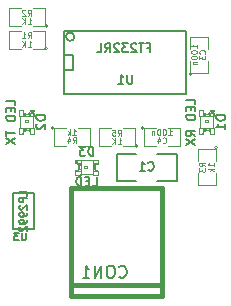
<source format=gbo>
G04 (created by PCBNEW (25-Oct-2014 BZR 4029)-stable) date 2015年05月14日 星期四 19时18分23秒*
%MOIN*%
G04 Gerber Fmt 3.4, Leading zero omitted, Abs format*
%FSLAX34Y34*%
G01*
G70*
G90*
G04 APERTURE LIST*
%ADD10C,0.00590551*%
%ADD11C,0.005*%
%ADD12C,0.015*%
%ADD13C,0.0039*%
%ADD14C,0.0026*%
%ADD15C,0.004*%
%ADD16C,0.002*%
%ADD17C,0.008*%
%ADD18C,0.0043*%
G04 APERTURE END LIST*
G54D10*
G54D11*
X46841Y-19650D02*
G75*
G03X46841Y-19650I-141J0D01*
G74*
G01*
X46500Y-20750D02*
X46800Y-20750D01*
X46800Y-20750D02*
X46800Y-20250D01*
X46800Y-20250D02*
X46500Y-20250D01*
X50550Y-19450D02*
X46500Y-19450D01*
X46500Y-21550D02*
X50550Y-21550D01*
X46500Y-21550D02*
X46500Y-19450D01*
X50550Y-21550D02*
X50550Y-19450D01*
G54D12*
X49766Y-27917D02*
X46734Y-27917D01*
X49766Y-28311D02*
X46734Y-28311D01*
X46734Y-28311D02*
X46734Y-24689D01*
X46734Y-24689D02*
X49766Y-24689D01*
X49766Y-24689D02*
X49766Y-28311D01*
G54D11*
X48250Y-24450D02*
X48250Y-23550D01*
X48250Y-23550D02*
X48900Y-23550D01*
X49600Y-24450D02*
X50250Y-24450D01*
X50250Y-24450D02*
X50250Y-23550D01*
X50250Y-23550D02*
X49600Y-23550D01*
X48900Y-24450D02*
X48250Y-24450D01*
G54D13*
X49150Y-22700D02*
G75*
G03X49150Y-22700I-50J0D01*
G74*
G01*
X49550Y-22700D02*
X49150Y-22700D01*
X49150Y-22700D02*
X49150Y-23300D01*
X49150Y-23300D02*
X49550Y-23300D01*
X49950Y-23300D02*
X50350Y-23300D01*
X50350Y-23300D02*
X50350Y-22700D01*
X50350Y-22700D02*
X49950Y-22700D01*
X50750Y-20900D02*
G75*
G03X50750Y-20900I-50J0D01*
G74*
G01*
X50700Y-20450D02*
X50700Y-20850D01*
X50700Y-20850D02*
X51300Y-20850D01*
X51300Y-20850D02*
X51300Y-20450D01*
X51300Y-20050D02*
X51300Y-19650D01*
X51300Y-19650D02*
X50700Y-19650D01*
X50700Y-19650D02*
X50700Y-20050D01*
X45950Y-20050D02*
G75*
G03X45950Y-20050I-50J0D01*
G74*
G01*
X45450Y-20050D02*
X45850Y-20050D01*
X45850Y-20050D02*
X45850Y-19450D01*
X45850Y-19450D02*
X45450Y-19450D01*
X45050Y-19450D02*
X44650Y-19450D01*
X44650Y-19450D02*
X44650Y-20050D01*
X44650Y-20050D02*
X45050Y-20050D01*
X45950Y-19300D02*
G75*
G03X45950Y-19300I-50J0D01*
G74*
G01*
X45450Y-19300D02*
X45850Y-19300D01*
X45850Y-19300D02*
X45850Y-18700D01*
X45850Y-18700D02*
X45450Y-18700D01*
X45050Y-18700D02*
X44650Y-18700D01*
X44650Y-18700D02*
X44650Y-19300D01*
X44650Y-19300D02*
X45050Y-19300D01*
X51600Y-23350D02*
G75*
G03X51600Y-23350I-50J0D01*
G74*
G01*
X51550Y-23800D02*
X51550Y-23400D01*
X51550Y-23400D02*
X50950Y-23400D01*
X50950Y-23400D02*
X50950Y-23800D01*
X50950Y-24200D02*
X50950Y-24600D01*
X50950Y-24600D02*
X51550Y-24600D01*
X51550Y-24600D02*
X51550Y-24200D01*
X46150Y-22700D02*
G75*
G03X46150Y-22700I-50J0D01*
G74*
G01*
X46550Y-22700D02*
X46150Y-22700D01*
X46150Y-22700D02*
X46150Y-23300D01*
X46150Y-23300D02*
X46550Y-23300D01*
X46950Y-23300D02*
X47350Y-23300D01*
X47350Y-23300D02*
X47350Y-22700D01*
X47350Y-22700D02*
X46950Y-22700D01*
X48950Y-23300D02*
G75*
G03X48950Y-23300I-50J0D01*
G74*
G01*
X48450Y-23300D02*
X48850Y-23300D01*
X48850Y-23300D02*
X48850Y-22700D01*
X48850Y-22700D02*
X48450Y-22700D01*
X48050Y-22700D02*
X47650Y-22700D01*
X47650Y-22700D02*
X47650Y-23300D01*
X47650Y-23300D02*
X48050Y-23300D01*
G54D14*
X51132Y-22304D02*
X51004Y-22304D01*
X51004Y-22304D02*
X51004Y-22107D01*
X51132Y-22107D02*
X51004Y-22107D01*
X51132Y-22304D02*
X51132Y-22107D01*
X51377Y-22304D02*
X51318Y-22304D01*
X51318Y-22304D02*
X51318Y-22205D01*
X51377Y-22205D02*
X51318Y-22205D01*
X51377Y-22304D02*
X51377Y-22205D01*
X51182Y-22304D02*
X51123Y-22304D01*
X51123Y-22304D02*
X51123Y-22205D01*
X51182Y-22205D02*
X51123Y-22205D01*
X51182Y-22304D02*
X51182Y-22205D01*
X51328Y-22304D02*
X51172Y-22304D01*
X51172Y-22304D02*
X51172Y-22235D01*
X51328Y-22235D02*
X51172Y-22235D01*
X51328Y-22304D02*
X51328Y-22235D01*
X51132Y-22893D02*
X51004Y-22893D01*
X51004Y-22893D02*
X51004Y-22696D01*
X51132Y-22696D02*
X51004Y-22696D01*
X51132Y-22893D02*
X51132Y-22696D01*
X51496Y-22893D02*
X51368Y-22893D01*
X51368Y-22893D02*
X51368Y-22696D01*
X51496Y-22696D02*
X51368Y-22696D01*
X51496Y-22893D02*
X51496Y-22696D01*
X51182Y-22795D02*
X51123Y-22795D01*
X51123Y-22795D02*
X51123Y-22696D01*
X51182Y-22696D02*
X51123Y-22696D01*
X51182Y-22795D02*
X51182Y-22696D01*
X51377Y-22795D02*
X51318Y-22795D01*
X51318Y-22795D02*
X51318Y-22696D01*
X51377Y-22696D02*
X51318Y-22696D01*
X51377Y-22795D02*
X51377Y-22696D01*
X51328Y-22765D02*
X51172Y-22765D01*
X51172Y-22765D02*
X51172Y-22696D01*
X51328Y-22696D02*
X51172Y-22696D01*
X51328Y-22765D02*
X51328Y-22696D01*
X51289Y-22500D02*
X51211Y-22500D01*
X51211Y-22500D02*
X51211Y-22422D01*
X51289Y-22422D02*
X51211Y-22422D01*
X51289Y-22500D02*
X51289Y-22422D01*
X51486Y-22304D02*
X51368Y-22304D01*
X51368Y-22304D02*
X51368Y-22186D01*
X51486Y-22186D02*
X51368Y-22186D01*
X51486Y-22304D02*
X51486Y-22186D01*
X51496Y-22136D02*
X51407Y-22136D01*
X51407Y-22136D02*
X51407Y-22107D01*
X51496Y-22107D02*
X51407Y-22107D01*
X51496Y-22136D02*
X51496Y-22107D01*
G54D15*
X51024Y-22294D02*
X51024Y-22706D01*
X51476Y-22696D02*
X51476Y-22136D01*
G54D16*
X51455Y-22166D02*
G75*
G03X51455Y-22166I-28J0D01*
G74*
G01*
G54D15*
X51387Y-22107D02*
G75*
G02X51113Y-22107I-137J0D01*
G74*
G01*
X51113Y-22893D02*
G75*
G02X51387Y-22893I137J0D01*
G74*
G01*
G54D14*
X45132Y-22304D02*
X45004Y-22304D01*
X45004Y-22304D02*
X45004Y-22107D01*
X45132Y-22107D02*
X45004Y-22107D01*
X45132Y-22304D02*
X45132Y-22107D01*
X45377Y-22304D02*
X45318Y-22304D01*
X45318Y-22304D02*
X45318Y-22205D01*
X45377Y-22205D02*
X45318Y-22205D01*
X45377Y-22304D02*
X45377Y-22205D01*
X45182Y-22304D02*
X45123Y-22304D01*
X45123Y-22304D02*
X45123Y-22205D01*
X45182Y-22205D02*
X45123Y-22205D01*
X45182Y-22304D02*
X45182Y-22205D01*
X45328Y-22304D02*
X45172Y-22304D01*
X45172Y-22304D02*
X45172Y-22235D01*
X45328Y-22235D02*
X45172Y-22235D01*
X45328Y-22304D02*
X45328Y-22235D01*
X45132Y-22893D02*
X45004Y-22893D01*
X45004Y-22893D02*
X45004Y-22696D01*
X45132Y-22696D02*
X45004Y-22696D01*
X45132Y-22893D02*
X45132Y-22696D01*
X45496Y-22893D02*
X45368Y-22893D01*
X45368Y-22893D02*
X45368Y-22696D01*
X45496Y-22696D02*
X45368Y-22696D01*
X45496Y-22893D02*
X45496Y-22696D01*
X45182Y-22795D02*
X45123Y-22795D01*
X45123Y-22795D02*
X45123Y-22696D01*
X45182Y-22696D02*
X45123Y-22696D01*
X45182Y-22795D02*
X45182Y-22696D01*
X45377Y-22795D02*
X45318Y-22795D01*
X45318Y-22795D02*
X45318Y-22696D01*
X45377Y-22696D02*
X45318Y-22696D01*
X45377Y-22795D02*
X45377Y-22696D01*
X45328Y-22765D02*
X45172Y-22765D01*
X45172Y-22765D02*
X45172Y-22696D01*
X45328Y-22696D02*
X45172Y-22696D01*
X45328Y-22765D02*
X45328Y-22696D01*
X45289Y-22500D02*
X45211Y-22500D01*
X45211Y-22500D02*
X45211Y-22422D01*
X45289Y-22422D02*
X45211Y-22422D01*
X45289Y-22500D02*
X45289Y-22422D01*
X45486Y-22304D02*
X45368Y-22304D01*
X45368Y-22304D02*
X45368Y-22186D01*
X45486Y-22186D02*
X45368Y-22186D01*
X45486Y-22304D02*
X45486Y-22186D01*
X45496Y-22136D02*
X45407Y-22136D01*
X45407Y-22136D02*
X45407Y-22107D01*
X45496Y-22107D02*
X45407Y-22107D01*
X45496Y-22136D02*
X45496Y-22107D01*
G54D15*
X45024Y-22294D02*
X45024Y-22706D01*
X45476Y-22696D02*
X45476Y-22136D01*
G54D16*
X45455Y-22166D02*
G75*
G03X45455Y-22166I-28J0D01*
G74*
G01*
G54D15*
X45387Y-22107D02*
G75*
G02X45113Y-22107I-137J0D01*
G74*
G01*
X45113Y-22893D02*
G75*
G02X45387Y-22893I137J0D01*
G74*
G01*
G54D14*
X47054Y-24118D02*
X47054Y-24246D01*
X47054Y-24246D02*
X46857Y-24246D01*
X46857Y-24118D02*
X46857Y-24246D01*
X47054Y-24118D02*
X46857Y-24118D01*
X47054Y-23873D02*
X47054Y-23932D01*
X47054Y-23932D02*
X46955Y-23932D01*
X46955Y-23873D02*
X46955Y-23932D01*
X47054Y-23873D02*
X46955Y-23873D01*
X47054Y-24068D02*
X47054Y-24127D01*
X47054Y-24127D02*
X46955Y-24127D01*
X46955Y-24068D02*
X46955Y-24127D01*
X47054Y-24068D02*
X46955Y-24068D01*
X47054Y-23922D02*
X47054Y-24078D01*
X47054Y-24078D02*
X46985Y-24078D01*
X46985Y-23922D02*
X46985Y-24078D01*
X47054Y-23922D02*
X46985Y-23922D01*
X47643Y-24118D02*
X47643Y-24246D01*
X47643Y-24246D02*
X47446Y-24246D01*
X47446Y-24118D02*
X47446Y-24246D01*
X47643Y-24118D02*
X47446Y-24118D01*
X47643Y-23754D02*
X47643Y-23882D01*
X47643Y-23882D02*
X47446Y-23882D01*
X47446Y-23754D02*
X47446Y-23882D01*
X47643Y-23754D02*
X47446Y-23754D01*
X47545Y-24068D02*
X47545Y-24127D01*
X47545Y-24127D02*
X47446Y-24127D01*
X47446Y-24068D02*
X47446Y-24127D01*
X47545Y-24068D02*
X47446Y-24068D01*
X47545Y-23873D02*
X47545Y-23932D01*
X47545Y-23932D02*
X47446Y-23932D01*
X47446Y-23873D02*
X47446Y-23932D01*
X47545Y-23873D02*
X47446Y-23873D01*
X47515Y-23922D02*
X47515Y-24078D01*
X47515Y-24078D02*
X47446Y-24078D01*
X47446Y-23922D02*
X47446Y-24078D01*
X47515Y-23922D02*
X47446Y-23922D01*
X47250Y-23961D02*
X47250Y-24039D01*
X47250Y-24039D02*
X47172Y-24039D01*
X47172Y-23961D02*
X47172Y-24039D01*
X47250Y-23961D02*
X47172Y-23961D01*
X47054Y-23764D02*
X47054Y-23882D01*
X47054Y-23882D02*
X46936Y-23882D01*
X46936Y-23764D02*
X46936Y-23882D01*
X47054Y-23764D02*
X46936Y-23764D01*
X46886Y-23754D02*
X46886Y-23843D01*
X46886Y-23843D02*
X46857Y-23843D01*
X46857Y-23754D02*
X46857Y-23843D01*
X46886Y-23754D02*
X46857Y-23754D01*
G54D15*
X47044Y-24226D02*
X47456Y-24226D01*
X47446Y-23774D02*
X46886Y-23774D01*
G54D16*
X46944Y-23823D02*
G75*
G03X46944Y-23823I-28J0D01*
G74*
G01*
G54D15*
X46857Y-23863D02*
G75*
G02X46857Y-24137I0J-137D01*
G74*
G01*
X47643Y-24137D02*
G75*
G02X47643Y-23863I0J137D01*
G74*
G01*
G54D11*
X44800Y-26075D02*
X45500Y-26075D01*
X45500Y-26075D02*
X45500Y-24875D01*
X45500Y-24875D02*
X44800Y-24875D01*
X44800Y-24875D02*
X44800Y-26075D01*
X48778Y-20921D02*
X48778Y-21164D01*
X48764Y-21192D01*
X48750Y-21207D01*
X48721Y-21221D01*
X48664Y-21221D01*
X48635Y-21207D01*
X48621Y-21192D01*
X48607Y-21164D01*
X48607Y-20921D01*
X48307Y-21221D02*
X48478Y-21221D01*
X48392Y-21221D02*
X48392Y-20921D01*
X48421Y-20964D01*
X48450Y-20992D01*
X48478Y-21007D01*
X49271Y-20014D02*
X49371Y-20014D01*
X49371Y-20171D02*
X49371Y-19871D01*
X49228Y-19871D01*
X49157Y-19871D02*
X48985Y-19871D01*
X49071Y-20171D02*
X49071Y-19871D01*
X48899Y-19900D02*
X48885Y-19885D01*
X48857Y-19871D01*
X48785Y-19871D01*
X48757Y-19885D01*
X48742Y-19900D01*
X48728Y-19928D01*
X48728Y-19957D01*
X48742Y-20000D01*
X48914Y-20171D01*
X48728Y-20171D01*
X48628Y-19871D02*
X48442Y-19871D01*
X48542Y-19985D01*
X48499Y-19985D01*
X48471Y-20000D01*
X48457Y-20014D01*
X48442Y-20042D01*
X48442Y-20114D01*
X48457Y-20142D01*
X48471Y-20157D01*
X48499Y-20171D01*
X48585Y-20171D01*
X48614Y-20157D01*
X48628Y-20142D01*
X48328Y-19900D02*
X48314Y-19885D01*
X48285Y-19871D01*
X48214Y-19871D01*
X48185Y-19885D01*
X48171Y-19900D01*
X48157Y-19928D01*
X48157Y-19957D01*
X48171Y-20000D01*
X48342Y-20171D01*
X48157Y-20171D01*
X47857Y-20171D02*
X47957Y-20028D01*
X48028Y-20171D02*
X48028Y-19871D01*
X47914Y-19871D01*
X47885Y-19885D01*
X47871Y-19900D01*
X47857Y-19928D01*
X47857Y-19971D01*
X47871Y-20000D01*
X47885Y-20014D01*
X47914Y-20028D01*
X48028Y-20028D01*
X47585Y-20171D02*
X47728Y-20171D01*
X47728Y-19871D01*
G54D17*
X48335Y-27648D02*
X48354Y-27667D01*
X48411Y-27686D01*
X48450Y-27686D01*
X48507Y-27667D01*
X48545Y-27629D01*
X48564Y-27591D01*
X48583Y-27515D01*
X48583Y-27458D01*
X48564Y-27382D01*
X48545Y-27344D01*
X48507Y-27305D01*
X48450Y-27286D01*
X48411Y-27286D01*
X48354Y-27305D01*
X48335Y-27325D01*
X48088Y-27286D02*
X48011Y-27286D01*
X47973Y-27305D01*
X47935Y-27344D01*
X47916Y-27420D01*
X47916Y-27553D01*
X47935Y-27629D01*
X47973Y-27667D01*
X48011Y-27686D01*
X48088Y-27686D01*
X48126Y-27667D01*
X48164Y-27629D01*
X48183Y-27553D01*
X48183Y-27420D01*
X48164Y-27344D01*
X48126Y-27305D01*
X48088Y-27286D01*
X47745Y-27686D02*
X47745Y-27286D01*
X47516Y-27686D01*
X47516Y-27286D01*
X47116Y-27686D02*
X47345Y-27686D01*
X47230Y-27686D02*
X47230Y-27286D01*
X47269Y-27344D01*
X47307Y-27382D01*
X47345Y-27401D01*
G54D11*
X49300Y-24092D02*
X49314Y-24107D01*
X49357Y-24121D01*
X49385Y-24121D01*
X49428Y-24107D01*
X49457Y-24078D01*
X49471Y-24050D01*
X49485Y-23992D01*
X49485Y-23950D01*
X49471Y-23892D01*
X49457Y-23864D01*
X49428Y-23835D01*
X49385Y-23821D01*
X49357Y-23821D01*
X49314Y-23835D01*
X49300Y-23850D01*
X49014Y-24121D02*
X49185Y-24121D01*
X49100Y-24121D02*
X49100Y-23821D01*
X49128Y-23864D01*
X49157Y-23892D01*
X49185Y-23907D01*
G54D18*
X49782Y-23185D02*
X49792Y-23195D01*
X49820Y-23204D01*
X49839Y-23204D01*
X49867Y-23195D01*
X49886Y-23176D01*
X49895Y-23157D01*
X49904Y-23120D01*
X49904Y-23092D01*
X49895Y-23054D01*
X49886Y-23035D01*
X49867Y-23017D01*
X49839Y-23007D01*
X49820Y-23007D01*
X49792Y-23017D01*
X49782Y-23026D01*
X49613Y-23073D02*
X49613Y-23204D01*
X49660Y-22998D02*
X49707Y-23139D01*
X49585Y-23139D01*
X49970Y-22929D02*
X50083Y-22929D01*
X50026Y-22929D02*
X50026Y-22732D01*
X50045Y-22760D01*
X50064Y-22779D01*
X50083Y-22789D01*
X49848Y-22732D02*
X49829Y-22732D01*
X49810Y-22742D01*
X49801Y-22751D01*
X49792Y-22770D01*
X49782Y-22807D01*
X49782Y-22854D01*
X49792Y-22892D01*
X49801Y-22910D01*
X49810Y-22920D01*
X49829Y-22929D01*
X49848Y-22929D01*
X49867Y-22920D01*
X49876Y-22910D01*
X49886Y-22892D01*
X49895Y-22854D01*
X49895Y-22807D01*
X49886Y-22770D01*
X49876Y-22751D01*
X49867Y-22742D01*
X49848Y-22732D01*
X49660Y-22732D02*
X49642Y-22732D01*
X49623Y-22742D01*
X49613Y-22751D01*
X49604Y-22770D01*
X49595Y-22807D01*
X49595Y-22854D01*
X49604Y-22892D01*
X49613Y-22910D01*
X49623Y-22920D01*
X49642Y-22929D01*
X49660Y-22929D01*
X49679Y-22920D01*
X49689Y-22910D01*
X49698Y-22892D01*
X49707Y-22854D01*
X49707Y-22807D01*
X49698Y-22770D01*
X49689Y-22751D01*
X49679Y-22742D01*
X49660Y-22732D01*
X49510Y-22798D02*
X49510Y-22929D01*
X49510Y-22817D02*
X49501Y-22807D01*
X49482Y-22798D01*
X49454Y-22798D01*
X49435Y-22807D01*
X49426Y-22826D01*
X49426Y-22929D01*
X51185Y-20217D02*
X51195Y-20207D01*
X51204Y-20179D01*
X51204Y-20160D01*
X51195Y-20132D01*
X51176Y-20113D01*
X51157Y-20104D01*
X51120Y-20095D01*
X51092Y-20095D01*
X51054Y-20104D01*
X51035Y-20113D01*
X51017Y-20132D01*
X51007Y-20160D01*
X51007Y-20179D01*
X51017Y-20207D01*
X51026Y-20217D01*
X51007Y-20282D02*
X51007Y-20404D01*
X51082Y-20339D01*
X51082Y-20367D01*
X51092Y-20386D01*
X51101Y-20395D01*
X51120Y-20404D01*
X51167Y-20404D01*
X51185Y-20395D01*
X51195Y-20386D01*
X51204Y-20367D01*
X51204Y-20310D01*
X51195Y-20292D01*
X51185Y-20282D01*
X50929Y-20029D02*
X50929Y-19916D01*
X50929Y-19973D02*
X50732Y-19973D01*
X50760Y-19954D01*
X50779Y-19935D01*
X50789Y-19916D01*
X50732Y-20151D02*
X50732Y-20170D01*
X50742Y-20189D01*
X50751Y-20198D01*
X50770Y-20207D01*
X50807Y-20217D01*
X50854Y-20217D01*
X50892Y-20207D01*
X50910Y-20198D01*
X50920Y-20189D01*
X50929Y-20170D01*
X50929Y-20151D01*
X50920Y-20132D01*
X50910Y-20123D01*
X50892Y-20113D01*
X50854Y-20104D01*
X50807Y-20104D01*
X50770Y-20113D01*
X50751Y-20123D01*
X50742Y-20132D01*
X50732Y-20151D01*
X50732Y-20339D02*
X50732Y-20357D01*
X50742Y-20376D01*
X50751Y-20386D01*
X50770Y-20395D01*
X50807Y-20404D01*
X50854Y-20404D01*
X50892Y-20395D01*
X50910Y-20386D01*
X50920Y-20376D01*
X50929Y-20357D01*
X50929Y-20339D01*
X50920Y-20320D01*
X50910Y-20310D01*
X50892Y-20301D01*
X50854Y-20292D01*
X50807Y-20292D01*
X50770Y-20301D01*
X50751Y-20310D01*
X50742Y-20320D01*
X50732Y-20339D01*
X50798Y-20489D02*
X50929Y-20489D01*
X50817Y-20489D02*
X50807Y-20498D01*
X50798Y-20517D01*
X50798Y-20545D01*
X50807Y-20564D01*
X50826Y-20573D01*
X50929Y-20573D01*
X45282Y-19704D02*
X45348Y-19610D01*
X45395Y-19704D02*
X45395Y-19507D01*
X45320Y-19507D01*
X45301Y-19517D01*
X45292Y-19526D01*
X45282Y-19545D01*
X45282Y-19573D01*
X45292Y-19592D01*
X45301Y-19601D01*
X45320Y-19610D01*
X45395Y-19610D01*
X45095Y-19704D02*
X45207Y-19704D01*
X45151Y-19704D02*
X45151Y-19507D01*
X45170Y-19535D01*
X45189Y-19554D01*
X45207Y-19564D01*
X45292Y-19979D02*
X45404Y-19979D01*
X45348Y-19979D02*
X45348Y-19782D01*
X45367Y-19810D01*
X45386Y-19829D01*
X45404Y-19839D01*
X45207Y-19979D02*
X45207Y-19782D01*
X45095Y-19979D02*
X45179Y-19867D01*
X45095Y-19782D02*
X45207Y-19895D01*
X45282Y-18954D02*
X45348Y-18860D01*
X45395Y-18954D02*
X45395Y-18757D01*
X45320Y-18757D01*
X45301Y-18767D01*
X45292Y-18776D01*
X45282Y-18795D01*
X45282Y-18823D01*
X45292Y-18842D01*
X45301Y-18851D01*
X45320Y-18860D01*
X45395Y-18860D01*
X45207Y-18776D02*
X45198Y-18767D01*
X45179Y-18757D01*
X45132Y-18757D01*
X45113Y-18767D01*
X45104Y-18776D01*
X45095Y-18795D01*
X45095Y-18814D01*
X45104Y-18842D01*
X45217Y-18954D01*
X45095Y-18954D01*
X45292Y-19229D02*
X45404Y-19229D01*
X45348Y-19229D02*
X45348Y-19032D01*
X45367Y-19060D01*
X45386Y-19079D01*
X45404Y-19089D01*
X45207Y-19229D02*
X45207Y-19032D01*
X45095Y-19229D02*
X45179Y-19117D01*
X45095Y-19032D02*
X45207Y-19145D01*
X51204Y-23967D02*
X51110Y-23901D01*
X51204Y-23854D02*
X51007Y-23854D01*
X51007Y-23929D01*
X51017Y-23948D01*
X51026Y-23957D01*
X51045Y-23967D01*
X51073Y-23967D01*
X51092Y-23957D01*
X51101Y-23948D01*
X51110Y-23929D01*
X51110Y-23854D01*
X51007Y-24032D02*
X51007Y-24154D01*
X51082Y-24089D01*
X51082Y-24117D01*
X51092Y-24136D01*
X51101Y-24145D01*
X51120Y-24154D01*
X51167Y-24154D01*
X51185Y-24145D01*
X51195Y-24136D01*
X51204Y-24117D01*
X51204Y-24060D01*
X51195Y-24042D01*
X51185Y-24032D01*
X51479Y-23976D02*
X51479Y-23863D01*
X51479Y-23920D02*
X51282Y-23920D01*
X51310Y-23901D01*
X51329Y-23882D01*
X51339Y-23863D01*
X51479Y-24060D02*
X51282Y-24060D01*
X51404Y-24079D02*
X51479Y-24136D01*
X51348Y-24136D02*
X51423Y-24060D01*
X46782Y-23204D02*
X46848Y-23110D01*
X46895Y-23204D02*
X46895Y-23007D01*
X46820Y-23007D01*
X46801Y-23017D01*
X46792Y-23026D01*
X46782Y-23045D01*
X46782Y-23073D01*
X46792Y-23092D01*
X46801Y-23101D01*
X46820Y-23110D01*
X46895Y-23110D01*
X46613Y-23073D02*
X46613Y-23204D01*
X46660Y-22998D02*
X46707Y-23139D01*
X46585Y-23139D01*
X46773Y-22929D02*
X46886Y-22929D01*
X46829Y-22929D02*
X46829Y-22732D01*
X46848Y-22760D01*
X46867Y-22779D01*
X46886Y-22789D01*
X46689Y-22929D02*
X46689Y-22732D01*
X46670Y-22854D02*
X46613Y-22929D01*
X46613Y-22798D02*
X46689Y-22873D01*
X48282Y-22954D02*
X48348Y-22860D01*
X48395Y-22954D02*
X48395Y-22757D01*
X48320Y-22757D01*
X48301Y-22767D01*
X48292Y-22776D01*
X48282Y-22795D01*
X48282Y-22823D01*
X48292Y-22842D01*
X48301Y-22851D01*
X48320Y-22860D01*
X48395Y-22860D01*
X48104Y-22757D02*
X48198Y-22757D01*
X48207Y-22851D01*
X48198Y-22842D01*
X48179Y-22832D01*
X48132Y-22832D01*
X48113Y-22842D01*
X48104Y-22851D01*
X48095Y-22870D01*
X48095Y-22917D01*
X48104Y-22935D01*
X48113Y-22945D01*
X48132Y-22954D01*
X48179Y-22954D01*
X48198Y-22945D01*
X48207Y-22935D01*
X48292Y-23229D02*
X48404Y-23229D01*
X48348Y-23229D02*
X48348Y-23032D01*
X48367Y-23060D01*
X48386Y-23079D01*
X48404Y-23089D01*
X48207Y-23229D02*
X48207Y-23032D01*
X48095Y-23229D02*
X48179Y-23117D01*
X48095Y-23032D02*
X48207Y-23145D01*
G54D11*
X51871Y-22278D02*
X51571Y-22278D01*
X51571Y-22350D01*
X51585Y-22392D01*
X51614Y-22421D01*
X51642Y-22435D01*
X51700Y-22450D01*
X51742Y-22450D01*
X51800Y-22435D01*
X51828Y-22421D01*
X51857Y-22392D01*
X51871Y-22350D01*
X51871Y-22278D01*
X51871Y-22735D02*
X51871Y-22564D01*
X51871Y-22650D02*
X51571Y-22650D01*
X51614Y-22621D01*
X51642Y-22592D01*
X51657Y-22564D01*
X50871Y-21900D02*
X50871Y-21757D01*
X50571Y-21757D01*
X50714Y-22000D02*
X50714Y-22100D01*
X50871Y-22142D02*
X50871Y-22000D01*
X50571Y-22000D01*
X50571Y-22142D01*
X50871Y-22271D02*
X50571Y-22271D01*
X50571Y-22342D01*
X50585Y-22385D01*
X50614Y-22414D01*
X50642Y-22428D01*
X50700Y-22442D01*
X50742Y-22442D01*
X50800Y-22428D01*
X50828Y-22414D01*
X50857Y-22385D01*
X50871Y-22342D01*
X50871Y-22271D01*
X50871Y-22971D02*
X50728Y-22871D01*
X50871Y-22800D02*
X50571Y-22800D01*
X50571Y-22914D01*
X50585Y-22942D01*
X50600Y-22957D01*
X50628Y-22971D01*
X50671Y-22971D01*
X50700Y-22957D01*
X50714Y-22942D01*
X50728Y-22914D01*
X50728Y-22800D01*
X50571Y-23071D02*
X50871Y-23271D01*
X50571Y-23271D02*
X50871Y-23071D01*
X45871Y-22278D02*
X45571Y-22278D01*
X45571Y-22350D01*
X45585Y-22392D01*
X45614Y-22421D01*
X45642Y-22435D01*
X45700Y-22450D01*
X45742Y-22450D01*
X45800Y-22435D01*
X45828Y-22421D01*
X45857Y-22392D01*
X45871Y-22350D01*
X45871Y-22278D01*
X45600Y-22564D02*
X45585Y-22578D01*
X45571Y-22607D01*
X45571Y-22678D01*
X45585Y-22707D01*
X45600Y-22721D01*
X45628Y-22735D01*
X45657Y-22735D01*
X45700Y-22721D01*
X45871Y-22550D01*
X45871Y-22735D01*
X44871Y-21935D02*
X44871Y-21792D01*
X44571Y-21792D01*
X44714Y-22035D02*
X44714Y-22135D01*
X44871Y-22178D02*
X44871Y-22035D01*
X44571Y-22035D01*
X44571Y-22178D01*
X44871Y-22307D02*
X44571Y-22307D01*
X44571Y-22378D01*
X44585Y-22421D01*
X44614Y-22450D01*
X44642Y-22464D01*
X44700Y-22478D01*
X44742Y-22478D01*
X44800Y-22464D01*
X44828Y-22450D01*
X44857Y-22421D01*
X44871Y-22378D01*
X44871Y-22307D01*
X44571Y-22792D02*
X44571Y-22964D01*
X44871Y-22878D02*
X44571Y-22878D01*
X44571Y-23035D02*
X44871Y-23235D01*
X44571Y-23235D02*
X44871Y-23035D01*
X47471Y-23621D02*
X47471Y-23321D01*
X47400Y-23321D01*
X47357Y-23335D01*
X47328Y-23364D01*
X47314Y-23392D01*
X47300Y-23450D01*
X47300Y-23492D01*
X47314Y-23550D01*
X47328Y-23578D01*
X47357Y-23607D01*
X47400Y-23621D01*
X47471Y-23621D01*
X47200Y-23321D02*
X47014Y-23321D01*
X47114Y-23435D01*
X47071Y-23435D01*
X47042Y-23450D01*
X47028Y-23464D01*
X47014Y-23492D01*
X47014Y-23564D01*
X47028Y-23592D01*
X47042Y-23607D01*
X47071Y-23621D01*
X47157Y-23621D01*
X47185Y-23607D01*
X47200Y-23592D01*
X47442Y-24621D02*
X47585Y-24621D01*
X47585Y-24321D01*
X47342Y-24464D02*
X47242Y-24464D01*
X47200Y-24621D02*
X47342Y-24621D01*
X47342Y-24321D01*
X47200Y-24321D01*
X47071Y-24621D02*
X47071Y-24321D01*
X47000Y-24321D01*
X46957Y-24335D01*
X46928Y-24364D01*
X46914Y-24392D01*
X46900Y-24450D01*
X46900Y-24492D01*
X46914Y-24550D01*
X46928Y-24578D01*
X46957Y-24607D01*
X47000Y-24621D01*
X47071Y-24621D01*
X45222Y-26192D02*
X45222Y-26394D01*
X45210Y-26418D01*
X45198Y-26430D01*
X45174Y-26442D01*
X45127Y-26442D01*
X45103Y-26430D01*
X45091Y-26418D01*
X45079Y-26394D01*
X45079Y-26192D01*
X44984Y-26192D02*
X44829Y-26192D01*
X44912Y-26287D01*
X44877Y-26287D01*
X44853Y-26299D01*
X44841Y-26311D01*
X44829Y-26335D01*
X44829Y-26394D01*
X44841Y-26418D01*
X44853Y-26430D01*
X44877Y-26442D01*
X44948Y-26442D01*
X44972Y-26430D01*
X44984Y-26418D01*
X45251Y-24951D02*
X45251Y-24832D01*
X45001Y-24832D01*
X45251Y-25034D02*
X45001Y-25034D01*
X45001Y-25129D01*
X45013Y-25153D01*
X45025Y-25165D01*
X45048Y-25177D01*
X45084Y-25177D01*
X45108Y-25165D01*
X45120Y-25153D01*
X45132Y-25129D01*
X45132Y-25034D01*
X45025Y-25272D02*
X45013Y-25284D01*
X45001Y-25308D01*
X45001Y-25367D01*
X45013Y-25391D01*
X45025Y-25403D01*
X45048Y-25415D01*
X45072Y-25415D01*
X45108Y-25403D01*
X45251Y-25260D01*
X45251Y-25415D01*
X45251Y-25534D02*
X45251Y-25582D01*
X45239Y-25605D01*
X45227Y-25617D01*
X45191Y-25641D01*
X45144Y-25653D01*
X45048Y-25653D01*
X45025Y-25641D01*
X45013Y-25629D01*
X45001Y-25605D01*
X45001Y-25558D01*
X45013Y-25534D01*
X45025Y-25522D01*
X45048Y-25510D01*
X45108Y-25510D01*
X45132Y-25522D01*
X45144Y-25534D01*
X45155Y-25558D01*
X45155Y-25605D01*
X45144Y-25629D01*
X45132Y-25641D01*
X45108Y-25653D01*
X45251Y-25772D02*
X45251Y-25820D01*
X45239Y-25844D01*
X45227Y-25855D01*
X45191Y-25879D01*
X45144Y-25891D01*
X45048Y-25891D01*
X45025Y-25879D01*
X45013Y-25867D01*
X45001Y-25844D01*
X45001Y-25796D01*
X45013Y-25772D01*
X45025Y-25760D01*
X45048Y-25748D01*
X45108Y-25748D01*
X45132Y-25760D01*
X45144Y-25772D01*
X45155Y-25796D01*
X45155Y-25844D01*
X45144Y-25867D01*
X45132Y-25879D01*
X45108Y-25891D01*
X45025Y-25986D02*
X45013Y-25998D01*
X45001Y-26022D01*
X45001Y-26082D01*
X45013Y-26105D01*
X45025Y-26117D01*
X45048Y-26129D01*
X45072Y-26129D01*
X45108Y-26117D01*
X45251Y-25975D01*
X45251Y-26129D01*
M02*

</source>
